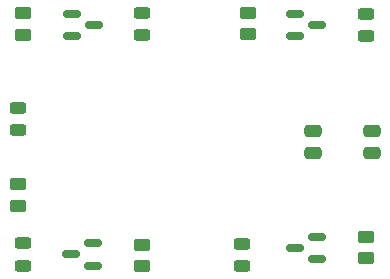
<source format=gbr>
%TF.GenerationSoftware,KiCad,Pcbnew,8.0.5*%
%TF.CreationDate,2024-10-02T10:46:17-05:00*%
%TF.ProjectId,FanBoardPCB,46616e42-6f61-4726-9450-43422e6b6963,rev?*%
%TF.SameCoordinates,Original*%
%TF.FileFunction,Paste,Top*%
%TF.FilePolarity,Positive*%
%FSLAX46Y46*%
G04 Gerber Fmt 4.6, Leading zero omitted, Abs format (unit mm)*
G04 Created by KiCad (PCBNEW 8.0.5) date 2024-10-02 10:46:17*
%MOMM*%
%LPD*%
G01*
G04 APERTURE LIST*
G04 Aperture macros list*
%AMRoundRect*
0 Rectangle with rounded corners*
0 $1 Rounding radius*
0 $2 $3 $4 $5 $6 $7 $8 $9 X,Y pos of 4 corners*
0 Add a 4 corners polygon primitive as box body*
4,1,4,$2,$3,$4,$5,$6,$7,$8,$9,$2,$3,0*
0 Add four circle primitives for the rounded corners*
1,1,$1+$1,$2,$3*
1,1,$1+$1,$4,$5*
1,1,$1+$1,$6,$7*
1,1,$1+$1,$8,$9*
0 Add four rect primitives between the rounded corners*
20,1,$1+$1,$2,$3,$4,$5,0*
20,1,$1+$1,$4,$5,$6,$7,0*
20,1,$1+$1,$6,$7,$8,$9,0*
20,1,$1+$1,$8,$9,$2,$3,0*%
G04 Aperture macros list end*
%ADD10RoundRect,0.250000X0.450000X-0.262500X0.450000X0.262500X-0.450000X0.262500X-0.450000X-0.262500X0*%
%ADD11RoundRect,0.250000X-0.450000X0.262500X-0.450000X-0.262500X0.450000X-0.262500X0.450000X0.262500X0*%
%ADD12RoundRect,0.150000X-0.587500X-0.150000X0.587500X-0.150000X0.587500X0.150000X-0.587500X0.150000X0*%
%ADD13RoundRect,0.243750X0.456250X-0.243750X0.456250X0.243750X-0.456250X0.243750X-0.456250X-0.243750X0*%
%ADD14RoundRect,0.243750X-0.456250X0.243750X-0.456250X-0.243750X0.456250X-0.243750X0.456250X0.243750X0*%
%ADD15RoundRect,0.250000X0.475000X-0.250000X0.475000X0.250000X-0.475000X0.250000X-0.475000X-0.250000X0*%
%ADD16RoundRect,0.150000X0.587500X0.150000X-0.587500X0.150000X-0.587500X-0.150000X0.587500X-0.150000X0*%
G04 APERTURE END LIST*
D10*
%TO.C,R9*%
X154000000Y-64325000D03*
X154000000Y-62500000D03*
%TD*%
D11*
%TO.C,R4*%
X173500000Y-48000000D03*
X173500000Y-49825000D03*
%TD*%
%TO.C,R3*%
X154500000Y-49865000D03*
X154500000Y-48040000D03*
%TD*%
D12*
%TO.C,Q2*%
X177500000Y-48100000D03*
X177500000Y-50000000D03*
X179375000Y-49050000D03*
%TD*%
%TO.C,Q1*%
X160500000Y-49040000D03*
X158625000Y-49990000D03*
X158625000Y-48090000D03*
%TD*%
D13*
%TO.C,D5*%
X154000000Y-57937500D03*
X154000000Y-56062500D03*
%TD*%
D14*
%TO.C,D2*%
X164500000Y-49915000D03*
X164500000Y-48040000D03*
%TD*%
%TO.C,D1*%
X183500000Y-48062500D03*
X183500000Y-49937500D03*
%TD*%
D15*
%TO.C,C2*%
X179000000Y-59900000D03*
X179000000Y-58000000D03*
%TD*%
%TO.C,C1*%
X184000000Y-59900000D03*
X184000000Y-58000000D03*
%TD*%
D13*
%TO.C,D3*%
X173000000Y-67585000D03*
X173000000Y-69460000D03*
%TD*%
D10*
%TO.C,R2*%
X183500000Y-68785000D03*
X183500000Y-66960000D03*
%TD*%
D16*
%TO.C,Q4*%
X177500000Y-67910000D03*
X179375000Y-66960000D03*
X179375000Y-68860000D03*
%TD*%
%TO.C,Q3*%
X160375000Y-69410000D03*
X160375000Y-67510000D03*
X158500000Y-68460000D03*
%TD*%
D10*
%TO.C,R1*%
X164500000Y-67635000D03*
X164500000Y-69460000D03*
%TD*%
D13*
%TO.C,D4*%
X154500000Y-67522500D03*
X154500000Y-69397500D03*
%TD*%
M02*

</source>
